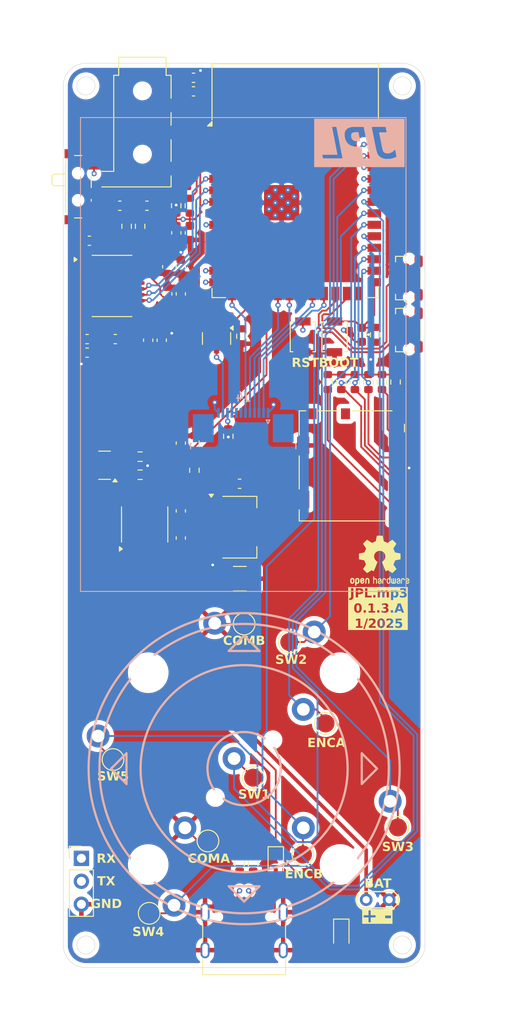
<source format=kicad_pcb>
(kicad_pcb (version 20240108) (generator "pcbnew") (generator_version "8.0")
  (layers (0 "F.Cu" signal) (1 "In1.Cu" signal) (2 "In2.Cu" signal) (31 "B.Cu" signal) (34 "B.Paste" user) (35 "F.Paste" user) (36 "B.SilkS" user "B.Silkscreen") (37 "F.SilkS" user "F.Silkscreen") (38 "B.Mask" user) (39 "F.Mask" user) (44 "Edge.Cuts" user))
  (net 0 "")
  (net 1 "Net-(BOOT1-A)")
  (net 2 "GND")
  (net 3 "Net-(BT1-+)")
  (net 4 "+3.3V")
  (net 5 "AUDIO_LEFT")
  (net 6 "AUDIO_RIGHT")
  (net 7 "Net-(U4-LDOO)")
  (net 8 "BAT_SENSE")
  (net 9 "Net-(RST1-B)")
  (net 10 "+5V")
  (net 11 "Net-(U4-CAPP)")
  (net 12 "Net-(U4-CAPM)")
  (net 13 "Net-(U4-VNEG)")
  (net 14 "Net-(D1-A)")
  (net 15 "Net-(D2-A)")
  (net 16 "SW2")
  (net 17 "SW4")
  (net 18 "ENCA")
  (net 19 "SW3")
  (net 20 "SW5")
  (net 21 "ENCB")
  (net 22 "SW1")
  (net 23 "SD_CMD")
  (net 24 "SD_D0")
  (net 25 "Net-(J1-DAT1)")
  (net 26 "Net-(J1-DAT3{slash}CD)")
  (net 27 "SD_CLK")
  (net 28 "Net-(J1-DAT2)")
  (net 29 "Net-(J2-CC2)")
  (net 30 "USB_D+")
  (net 31 "Net-(J2-CC1)")
  (net 32 "USB_D-")
  (net 35 "TFT_DC")
  (net 36 "TFT_RST")
  (net 38 "Net-(J4-Pin_10)")
  (net 39 "TFT_CS")
  (net 40 "TFT_SDA")
  (net 41 "Net-(J4-Pin_11)")
  (net 42 "TFT_SCLK")
  (net 43 "UART_RX")
  (net 44 "UART_TX")
  (net 45 "Net-(Q1-G)")
  (net 46 "CHG")
  (net 47 "BACKLIGHT")
  (net 48 "Net-(U4-OUTL)")
  (net 49 "Net-(U4-OUTR)")
  (net 50 "HOLD")
  (net 51 "VOL_UP")
  (net 52 "VOL_DOWN")
  (net 53 "S_B")
  (net 57 "DAC_MCLK")
  (net 58 "I2S_SCLK")
  (net 60 "I2S_LRCLK")
  (net 61 "S_A")
  (net 62 "I2S_SD")
  (footprint "Connector_Audio:Jack_3.5mm_KoreanHropartsElec_PJ-320D-4A_Horizontal" (layer "F.Cu") (at 108.75 57.8 -90)
    (property "Reference" "J5" (hide yes))
    (property "Value" "AudioJack3")
  )
  (footprint "Resistor_SMD:R_0603_1608Metric" (layer "F.Cu") (at 133.75 85.25 -90)
    (property "Reference" "R14" (hide yes))
    (property "Value" "10K")
  )
  (footprint "Resistor_SMD:R_0603_1608Metric" (layer "F.Cu") (at 119.7 80.1875 -90)
    (property "Reference" "R11" (hide yes))
    (property "Value" "10K")
  )
  (footprint "Resistor_SMD:R_0603_1608Metric" (layer "F.Cu") (at 134.5 80.025 90)
    (property "Reference" "R17" (hide yes))
    (property "Value" "10K")
  )
  (footprint "Capacitor_SMD:C_0603_1608Metric" (layer "F.Cu") (at 113 102.5 90)
    (property "Reference" "C14" (hide yes))
    (property "Value" "4.7 uF")
  )
  (footprint "Capacitor_SMD:C_0603_1608Metric" (layer "F.Cu") (at 110.8875 80.625 -90)
    (property "Reference" "C20" (hide yes))
    (property "Value" "10uF")
  )
  (footprint "Package_TO_SOT_SMD:SOT-23" (layer "F.Cu") (at 116.95 80.4375 -90)
    (property "Reference" "Q2" (hide yes))
    (property "Value" "BSS138")
  )
  (footprint "Resistor_SMD:R_0603_1608Metric" (layer "F.Cu") (at 130.75 85.25 90)
    (property "Reference" "R15" (hide yes))
    (property "Value" "10K")
  )
  (footprint "RF_Module:ESP32-S3-WROOM-1" (layer "F.Cu") (at 125.65 62.96)
    (property "Reference" "U1" (hide yes))
    (property "Value" "ESP32-S3-WROOM-1")
  )
  (footprint "Package_TO_SOT_SMD:SOT-23" (layer "F.Cu") (at 104.5625 94.45 180)
    (property "Reference" "Q1" (hide yes))
    (property "Value" "BSS138")
  )
  (footprint "TestPoint:TestPoint_Pad_D2.0mm" (layer "F.Cu") (at 116 136)
    (property "Reference" "COMA")
    (property "Value" "TestPoint_Pad_D2.0mm")
  )
  (footprint "Resistor_SMD:R_0603_1608Metric" (layer "F.Cu") (at 119.5 138.5 90)
    (property "Reference" "R1" (hide yes))
    (property "Value" "5.1K")
  )
  (footprint "Connector_Card:microSD_HC_Molex_104031-0811" (layer "F.Cu") (at 131.9125 94.5 -90)
    (property "Reference" "J1" (hide yes))
    (property "Value" "Micro_SD_Card")
  )
  (footprint "Button_Switch_SMD:SW_Push_1P1T-MP_NO_Horizontal_Alps_SKRTLAE010" (layer "F.Cu") (at 138.25 79.5 90)
    (property "Reference" "SW2" (hide yes))
    (property "Value" "SW_Push")
  )
  (footprint "Capacitor_SMD:C_1210_3225Metric" (layer "F.Cu") (at 119.525 107)
    (property "Reference" "C2" (hide yes))
    (property "Value" "47uF")
  )
  (footprint "Diode_SMD:D_SOD-323" (layer "F.Cu") (at 130.75 146.25 -90)
    (property "Reference" "D2" (hide yes))
    (property "Value" "1N5819WS")
  )
  (footprint "TestPoint:TestPoint_Pad_D2.0mm" (layer "F.Cu") (at 120 112)
    (property "Reference" "COMB")
    (property "Value" "TestPoint_Pad_D2.0mm")
  )
  (footprint "Connector_PinHeader_2.54mm:PinHeader_1x03_P2.54mm_Vertical" (layer "F.Cu") (at 102 137.92)
    (property "Reference" "J6" (hide yes))
    (property "Value" "Conn_01x03_Pin")
  )
  (footprint "Button_Switch_SMD:SW_SPST_B3U-1000P" (layer "F.Cu") (at 126.5 80.25 90)
    (property "Reference" "RST1" (hide yes))
    (property "Value" "SW_SPST")
  )
  (footprint "Button_Switch_SMD:SW_SPST_B3U-1000P" (layer "F.Cu") (at 130 80.25 -90)
    (property "Reference" "BOOT1" (hide yes))
    (property "Value" "BOOT")
  )
  (footprint "TestPoint:TestPoint_Pad_D2.0mm" (layer "F.Cu") (at 121 129)
    (property "Reference" "SW1")
    (property "Value" "TestPoint_Pad_D2.0mm")
  )
  (footprint "TestPoint:TestPoint_Pad_D2.0mm" (layer "F.Cu") (at 129 123)
    (property "Reference" "ENCA")
    (property "Value" "TestPoint_Pad_D2.0mm")
  )
  (footprint "TestPoint:TestPoint_Pad_D2.0mm" (layer "F.Cu") (at 105.5 127)
    (property "Reference" "SW5")
    (property "Value" "TestPoint_Pad_D2.0mm")
  )
  (footprint "Resistor_SMD:R_0603_1608Metric" (layer "F.Cu") (at 135.25 85.25 -90)
    (property "Reference" "R3" (hide yes))
    (property "Value" "10K")
  )
  (footprint "Capacitor_SMD:C_0603_1608Metric" (layer "F.Cu") (at 111.5 72.5 -90)
    (property "Reference" "C15" (hide yes))
    (property "Value" ".1uF")
  )
  (footprint "Resistor_SMD:R_0603_1608Metric" (layer "F.Cu") (at 121 138.5 90)
    (property "Reference" "R2" (hide yes))
    (property "Value" "5.1K")
  )
  (footprint "Capacitor_SMD:C_0603_1608Metric" (layer "F.Cu") (at 113 92 -90)
    (property "Reference" "C8" (hide yes))
    (property "Value" "10 nF")
  )
  (footprint "Button_Switch_SMD:SW_Push_1P1T-MP_NO_Horizontal_Alps_SKRTLAE010" (layer "F.Cu") (at 138.25 73.75 90)
    (property "Reference" "SW1" (hide yes))
    (property "Value" "SW_Push")
  )
  (footprint "TestPoint:TestPoint_Pad_D2.0mm" (layer "F.Cu") (at 137 134.5)
    (property "Reference" "SW3")
    (property "Value" "TestPoint_Pad_D2.0mm")
  )
  (footprint "Resistor_SMD:R_0603_1608Metric" (layer "F.Cu") (at 108.5 95.5)
    (property "Reference" "R13" (hide yes))
    (property "Value" "10K")
  )
  (footprint "Capacitor_SMD:C_0603_1608Metric" (layer "F.Cu") (at 114.4 51.6 180)
    (property "Reference" "C10" (hide yes))
    (property "Value" "10uF")
  )
  (footprint "Package_SO:TSSOP-20_4.4x6.5mm_P0.65mm" (layer "F.Cu") (at 105.3875 74.625)
    (property "Reference" "U4" (hide yes))
    (property "Value" "PCM5102A")
  )
  (footprint "Resistor_SMD:R_0603_1608Metric" (layer "F.Cu") (at 108.5 93.5)
    (property "Reference" "R10" (hide yes))
    (property "Value" "10K")
  )
  (footprint "Capacitor_SMD:C_0603_1608Metric" (layer "F.Cu") (at 113 72.5 -90)
    (property "Reference" "C23" (hide yes))
    (property "Value" "10uF")
  )
  (footprint "Resistor_SMD:R_0603_1608Metric" (layer "F.Cu") (at 114 65.75 -90)
    (property "Reference" "R18" (hide yes))
    (property "Value" "10K")
  )
  (footprint "Capacitor_SMD:C_0603_1608Metric_Pad1.08x0.95mm_HandSolder" (layer "F.Cu") (at 119.5 96.5)
    (property "Reference" "C1" (hide yes))
    (property "Value" ".47uF")
  )
  (footprint "Resistor_SMD:R_0603_1608Metric" (layer "F.Cu") (at 112.49 65.75 -90)
    (property "Reference" "R19" (hide yes))
    (property "Value" "10K")
  )
  (footprint "Resistor_SMD:R_0603_1608Metric" (layer "F.Cu") (at 114.5 92 90)
    (property "Reference" "R7" (hide yes))
    (property "Value" "100K")
  )
  (footprint "Capacitor_SMD:C_0603_1608Metric" (layer "F.Cu") (at 114 68.75 -90)
    (property "Reference" "C12" (hide yes))
    (property "Value" "1uF")
  )
  (footprint "ANORotaryEncoder:ANO Rotary Encoder" (layer "F.Cu") (at 120 128)
    (property "Reference" "Enc1" (hide yes))
    (property "Value" "~")
  )
  (footprint "Symbol:OSHW-Logo2_7.3x6mm_SilkScreen" (layer "F.Cu") (at 135 105)
    (property "Reference" "REF**" (hide yes))
    (property "Value" "OSHW-Logo2_7.3x6mm_SilkScreen" (hide yes))
  )
  (footprint "Capacitor_SMD:C_0603_1608Metric" (layer "F.Cu") (at 105.75 80.5 180)
    (property "Reference" "C18" (hide yes))
    (property "Value" "2.2uF")
  )
  (footprint "Capacitor_SMD:C_0603_1608Metric" (layer "F.Cu") (at 109.3875 80.625 90)
    (property "Reference" "C21" (hide yes))
    (property "Value" ".1uF")
  )
  (footprint "Resistor_SMD:R_0603_1608Metric" (layer "F.Cu") (at 132.25 85.25 90)
    (property "Reference" "R16" (hide yes))
    (property "Value" "10K")
  )
  (footprint "Package_SO:SOIC-8_3.9x4.9mm_P1.27mm" (layer "F.Cu") (at 109 101 90)
    (property "Reference" "U2" (hide yes))
    (property "Value" "MAX1811")
  )
  (footprint "Resistor_SMD:R_0603_1608Metric" (layer "F.Cu") (at 114.5 95 90)
    (property "Reference" "R6" (hide yes))
    (property "Value" "100K")
  )
  (footprint "Capacitor_SMD:C_0603_1608Metric" (layer "F.Cu") (at 102.6375 80.5 180)
    (property "Reference" "C19" (hide yes))
    (property "Value" ".1uF")
  )
  (footprint "Capacitor_SMD:C_0603_1608Metric" (layer "F.Cu") (at 112.5 68.75 -90)
    (property "Reference" "C13" (hide yes))
    (property "Value" "0.1uF")
  )
  (footprint "Capacitor_SMD:C_0603_1608Metric" (layer "F.Cu") (at 133 80.025 -90)
    (property "Reference" "C11" (hide yes))
    (property "Value" "0.1uF")
  )
  (footprint "Button_Switch_SMD:SW_SPDT_PCM12" (layer "F.Cu") (at 101.97 63.65 -90)
    (property "Reference" "SL2" (hide yes))
    (property "Value" "HOLD")
  )
  (footprint "Capacitor_SMD:C_0603_1608Metric" (layer "F.Cu") (at 113 75.5 -90)
    (property "Reference" "C16" (hide yes))
    (property "Value" "10uF")
  )
  (footprint "TestPoint:TestPoint_Pad_D2.0mm" (layer "F.Cu") (at 109.5 144)
    (property "Reference" "SW4")
    (property "Value" "TestPoint_Pad_D2.0mm")
  )
  (footprint "Resistor_SMD:R_0603_1608Metric" (layer "F.Cu") (at 118.25 91.25 90)
    (property "Reference" "R12" (hide yes))
    (property "Value" "10")
  )
  (footprint "Resistor_SMD:R_0603_1608Metric" (layer "F.Cu") (at 129.25 85.25 90)
    (property "Reference" "R8" (hide yes))
    (property "Value" "10K")
  )
  (footprint "Capacitor_SMD:C_0603_1608Metric" (layer "F.Cu") (at 106.25 65.75 180)
    (property "Reference" "C3" (hide yes))
    (property "Value" "2.2nF")
  )
  (footprint "Capacitor_SMD:C_0603_1608Metric" (layer "F.Cu") (at 109.25 65.75)
    (property "Reference" "C4" (hide yes))
    (property "Value" "2.2nF")
  )
  (footprint "Package_TO_SOT_SMD:SOT-223-3_TabPin2" (layer "F.Cu") (at 119.5 101.3)
    (property "Reference" "U5" (hide yes))
    (property "Value" "LT1963AxST-3.3")
  )
  (footprint "Capacitor_SMD:C_0603_1608Metric" (layer "F.Cu") (at 113 99.5 -90)
    (property "Reference" "C7" (hide yes))
    (property "Value" "2.2 uF")
  )
  (footprint "TestPoint:TestPoint_Pad_D2.0mm" (layer "F.Cu") (at 126.5 137.5)
    (property "Reference" "ENCB")
    (property "Value" "TestPoint_Pad_D2.0mm")
  )
  (footprint "TestPoint:TestPoint_Pad_D2.0mm" (layer "F.Cu") (at 125 114)
    (property "Reference" "SW2")
    (property "Value" "TestPoint_Pad_D2.0mm")
  )
  (footprint "TestPoint:TestPoint_2Pads_Pitch2.54mm_Drill0.8mm" (layer "F.Cu") (at 133.5 142.5)
    (property "Reference" "BAT")
    (property "Value" "TestPoint_2Pads_Pitch2.54mm_Drill0.8mm")
  )
  (footprint "Diode_SMD:D_SOD-323" (layer "F.Cu") (at 123.5 138.25 -90)
    (property "Reference" "D1" (hide yes))
    (property "Value" "1N5819WS")
  )
  (footprint "Resistor_SMD:R_0603_1608Metric" (layer "F.Cu") (at 136.75 85.25 -90)
    (property "Reference" "R9" (hide yes))
    (property "Value" "10K")
  )
  (footprint "Resistor_SMD:R_0603_1608Metric" (layer "F.Cu") (at 108.5 68.025 90)
    (property "Reference" "R5" (hide yes))
    (property "Value" "470")
  )
  (footprint "Connector_USB:USB_C_Receptacle_G-Switch_GT-USB-7010ASV" (layer "F.Cu") (at 120 147)
    (property "Reference" "J2" (hide yes))
    (property "Value" "USB_C")
  )
  (footprint "Capacitor_SMD:C_0603_1608Metric" (layer "F.Cu") (at 102.8875 69.625)
    (property "Reference" "C17" (hide yes))
    (property "Value" "2.2uF")
  )
  (footprint "Capacitor_SMD:C_0603_1608Metric" (layer "F.Cu") (at 102.6375 82)
    (property "Reference" "C6" (hide yes))
    (property "Value" "10uF")
  )
  (footprint "Resistor_SMD:R_0603_1608Metric" (layer "F.Cu") (at 107 68.025 90)
    (property "Reference" "R4" (hide yes))
    (property "Value" "470")
  )
  (footprint "Capacitor_SMD:C_0603_1608Metric" (layer "F.Cu") (at 114.4 53.1 180)
    (property "Reference" "C9" (hide yes))
    (property "Value" ".1uF")
  )
  (footprint "Capacitor_SMD:C_0603_1608Metric" (layer "F.Cu") (at 111.5 75.5 -90)
    (property "Reference" "C5" (hide yes))
    (property "Value" ".1uF")
  )
  (footprint "Connector_FFC-FPC:TE_1-1734839-2_1x12-1MP_P0.5mm_Horizontal" (layer "B.Cu") (at 119.9 90 180)
    (property "Reference" "J4")
    (property "Value" "Conn_01x12")
  )
  (footprint "footprints:JPL" (layer "B.Cu") (at 132.75 58.8 180)
    (property "Reference" "G***" (hide yes))
    (property "Value" "LOGO" (hide yes))
  )
  (gr_rect (start 101.9 56) (end 137.9 108.4) (stroke (width 0.1)) (fill none) (layer "B.SilkS"))
  (gr_arc (start 140 147.5) (mid 139.267767 149.267767) (end 137.5 150) (stroke (width 0.05)) (layer "Edge.Cuts"))
  (gr_circle (center 137.5 52.5) (end 136.5 52.5) (stroke (width 0.05)) (fill none) (layer "Edge.Cuts"))
  (gr_circle (center 102.5 52.5) (end 103.5 52.5) (stroke (width 0.05)) (fill none) (layer "Edge.Cuts"))
  (gr_arc (start 100 52.5) (mid 100.732233 50.732233) (end 102.5 50) (stroke (width 0.05)) (layer "Edge.Cuts"))
  (gr_circle (center 137.5 147.5) (end 138.5 147.5) (stroke (width 0.05)) (fill none) (layer "Edge.Cuts"))
  (gr_arc (start 102.5 150) (mid 100.732233 149.267767) (end 100 147.5) (stroke (width 0.05)) (layer "Edge.Cuts"))
  (gr_line (start 100 147.5) (end 100 52.5) (stroke (width 0.05)) (layer "Edge.Cuts"))
  (gr_line (start 140 52.5) (end 140 147.5) (stroke (width 0.05)) (layer "Edge.Cuts"))
  (gr_line (start 102.5 50) (end 137.5 50) (stroke (width 0.05)) (layer "Edge.Cuts"))
  (gr_line (start 137.5 150) (end 102.5 150) (stroke (width 0.05)) (layer "Edge.Cuts"))
  (gr_circle (center 102.5 147.5) (end 101.5 147.5) (stroke (width 0.05)) (fill none) (layer "Edge.Cuts"))
  (gr_arc (start 137.5 50) (mid 139.267767 50.732233) (end 140 52.5) (stroke (width 0.05)) (layer "Edge.Cuts"))
  (gr_text "GND" (at 104.75 143 0) (layer "F.SilkS") (effects (font (size 1 1) (thickness 0.2) (bold yes))))
  (gr_text "BOOT" (at 128.25 83.75 0) (layer "F.SilkS") (effects (font (size 1 1) (thickness 0.2) (bold yes)) (justify left bottom)))
  (gr_text "RX" (at 104.75 138 0) (layer "F.SilkS") (effects (font (size 1 1) (thickness 0.2) (bold yes))))
  (gr_text "JPL.mp3\n0.1.3.A\n1/2025" (at 134.9 112.6 0) (layer "F.SilkS" knockout) (effects (font (size 1 1) (thickness 0.1) (bold yes) (italic yes)) (justify bottom)))
  (gr_text "TX" (at 104.75 140.5 0) (layer "F.SilkS") (effects (font (size 1 1) (thickness 0.2) (bold yes))))
  (gr_text "+ -" (at 133 145.25 0) (layer "F.SilkS" knockout) (effects (font (size 1.5 1.5) (thickness 0.3) (bold yes)) (justify left bottom)))
  (gr_text "RST" (at 125.25 83.75 0) (layer "F.SilkS") (effects (font (size 1 1) (thickness 0.2) (bold yes)) (justify left bottom)))
  (segment (start 134.4 77.85) (end 134.4 74.21) (width 0.2) (layer "F.Cu") (net 1))
  (segment (start 133 79.25) (end 134.45 79.25) (width 0.2) (layer "F.Cu") (net 1))
  (segment (start 130 78.55) (end 132.3 78.55) (width 0.2) (layer "F.Cu") (net 1))
  (segment (start 133 79.25) (end 134.4 77.85) (width 0.2) (layer "F.Cu") (net 1))
  (segment (start 134.45 79.25) (end 134.5 79.2) (width 0.2) (layer "F.Cu") (net 1))
  (segment (start 132.3 78.55) (end 133 79.25) (width 0.2) (layer "F.Cu") (net 1))
  (segment (start 121 102.95) (end 122.65 101.3) (width 0.2) (layer "F.Cu") (net 2))
  (segment (start 132.3 80.8) (end 131 79.5) (width 0.2) (layer "F.Cu") (net 2))
  (segment (start 121 107) (end 121 102.95) (width 0.2) (layer "F.Cu") (net 2))
  (segment (start 138.55 79.159448) (end 137.665552 78.275) (width 0.2) (layer "F.Cu") (net 2))
  (segment (start 113 73.275) (end 113 74.725) (width 0.2) (layer "F.Cu") (net 2))
  (segment (start 113 73.275) (end 111.5 73.275) (width 0.2) (layer "F.Cu") (net 2))
  (segment (start 102.525 77.55) (end 104.798696 77.55) (width 0.2) (layer "F.Cu") (net 2))
  (segment (start 108.25 72.35) (end 110.575 72.35) (width 0.2) (layer "F.Cu") (net 2))
  (segment (start 107.2125 77.249999) (end 107.512501 77.55) (width 0.2) (layer "F.Cu") (net 2))
  (segment (start 120 112) (end 116.826917 112) (width 0.2) (layer "F.Cu") (net 2))
  (segment (start 109.3875 81.209142) (end 109.3875 81.4) (width 0.2) (layer "F.Cu") (net 2))
  (segment (start 114.904382 136) (end 113.452191 134.547809) (width 0.2) (layer "F.Cu") (net 2))
  (segment (start 137.35 78.275) (end 137.35 74.975) (width 0.2) (layer "F.Cu") (net 2))
  (segment (start 114 58.7) (end 114.3 58.4) (width 0.2) (layer "F.Cu") (net 2))
  (segment (start 110.575 72.35) (end 111.5 73.275) (width 0.2) (layer "F.Cu") (net 2))
  (segment (start 107.512501 77.55) (end 108.25 77.55) (width 0.2) (layer "F.Cu") (net 2))
  (segment (start 137.665552 78.275) (end 137.35 78.275) (width 0.2) (layer "F.Cu") (net 2))
  (segment (start 113 74.725) (end 111.5 74.725) (width 0.2) (layer "F.Cu") (net 2))
  (segment (start 101.787501 73) (end 101.0875 73.700001) (width 0.2) (layer "F.Cu") (net 2))
  (segment (start 102.525 76.9) (end 105.078358 76.9) (width 0.2) (layer "F.Cu") (net 2))
  (segment (start 120.3625 96.5) (end 120.3625 99.0125) (width 0.2) (layer "F.Cu") (net 2))
  (segment (start 102.525 73) (end 101.787501 73) (width 0.2) (layer "F.Cu") (net 2))
  (segment (start 104.798696 77.55) (end 107.75 80.501304) (width 0.2) (layer "F.Cu") (net 2))
  (segment (start 120.3625 99.0125) (end 122.65 101.3) (width 0.2) (layer "F.Cu") (net 2))
  (segment (start 107.75 80.501304) (end 107.75 81) (width 0.2) (layer "F.Cu") (net 2))
  (segment (start 111.5 74.725) (end 111.5 73.275) (width 0.2) (layer "F.Cu") (net 2))
  (segment (start 114 63.1) (end 114 58.7) (width 0.2) (layer "F.Cu") (net 2))
  (segment (start 107.512501 74.3) (end 107.2125 74.600001) (width 0.2) (layer "F.Cu") (net 2))
  (segment (start 116 136) (end 114.904382 136) (width 0.2) (layer "F.Cu") (net 2))
  (segment (start 107.2125 74.600001) (end 107.2125 77.249999) (width 0.2) (layer "F.Cu") (net 2))
  (segment (start 138.25 80.725) (end 138.55 80.425) (width 0.2) (layer "F.Cu") (net 2))
  (segment (start 113 100.275) (end 113 101.725) (width 0.2) (layer "F.Cu") (net 2))
  (segment (start 108.25 74.3) (end 107.512501 74.3) (width 0.2) (layer "F.Cu") (net 2))
  (segment (start 109.3875 81.4) (end 110.8875 81.4) (width 0.2) (layer "F.Cu") (net 2))
  (segment (start 138.55 80.425) (end 138.55 79.159448) (width 0.2) (layer "F.Cu") (net 2))
  (segment (start 101.0875 78.175) (end 103.4125 80.5) (width 0.2) (layer "F.Cu") (net 2))
  (segment (start 116.826917 112) (end 116.747309 111.920392) (width 0.2) (layer "F.Cu") (net 2))
  (segment (start 105.078358 76.9) (end 109.3875 81.209142) (width 0.2) (layer "F.Cu") (net 2))
  (segment (start 108.25 76.9) (end 108.25 77.55) (width 0.2) (layer "F.Cu") (net 2))
  (segment (start 137.35 80.725) (end 138.25 80.725) (width 0.2) (layer "F.Cu") (net 2))
  (segment (start 103.4125 80.5) (end 103.4125 82) (width 0.2) (layer "F.Cu") (net 2))
  (segment (start 101.0875 73.700001) (end 101.0875 78.175) (width 0.2) (layer "F.Cu") (net 2))
  (segment (start 104.975 80.5) (end 103.4125 80.5) (width 0.2) (layer "F.Cu") (net 2))
  (segment (start 133 80.8) (end 132.3 80.8) (width 0.2) (layer "F.Cu") (net 2))
  (via (at 116.75 87.5) (size 0.6) (drill 0.3) (layers "F.Cu" "B.Cu") (net 2))
  (via (at 131 79.5) (size 0.6) (drill 0.3) (layers "F.Cu" "B.Cu") (net 2))
  (via (at 123.25 87.75) (size 0.6) (drill 0.3) (layers "F.Cu" "B.Cu") (net 2))
  (segment (start 123.25 87.75) (end 123.25 88.05) (width 0.2) (layer "B.Cu") (net 2))
  (segment (start 116.75 88.25) (end 117.15 88.65) (width 0.2) (layer "B.Cu") (net 2))
  (segment (start 116.75 87.5) (end 116.75 88.25) (width 0.2) (layer "B.Cu") (net 2))
  (segment (start 123.25 88.05) (end 122.65 88.65) (width 0.2) (layer "B.Cu") (net 2))
  (segment (start 114.5 100) (end 114.5 95.825) (width 0.2) (layer "F.Cu") (net 3))
  (segment (start 114.6125 100.1125) (end 114.5 100) (width 0.4) (layer "F.Cu") (net 3))
  (segment (start 110.905 98.525) (end 112.8 98.525) (width 0.2) (layer "F.Cu") (net 3))
  (segment (start 116.35 98.7875) (end 118.6375 96.5) (width 0.4) (layer "F.Cu") (net 3))
  (segment (start 133.5 137) (end 114.5 118) (width 0.4) (layer "F.Cu") (net 3))
  (segment (start 116.35 99) (end 116.35 98.7875) (width 0.4) (layer "F.Cu") (net 3))
  (segment (start 114.5 118) (end 114.5 100.225) (width 0.4) (layer "F.Cu") (net 3))
  (segment (start 112.8 98.525) (end 113 98.725) (width 0.2) (layer "F.Cu") (net 3))
  (segment (start 114.5 100.225) (end 114.6125 100.1125) (width 0.4) (layer "F.Cu") (net 3))
  (segment (start 115.725 99) (end 116.35 99) (width 0.4) (layer "F.Cu") (net 3))
  (segment (start 133.5 142.5) (end 133.5 137) (width 0.4) (layer "F.Cu") (net 3))
  (segment (start 114.6125 100.1125) (end 115.725 99) (width 0.4) (layer "F.Cu") (net 3))
  (segment (start 114.5 100.225) (end 113 98.725) (width 0.4) (layer "F.Cu") (net 3))
  (segment (start 116.35 105.3) (end 116.525 105.475) (width 0.4) (layer "F.Cu") (net 4))
  (segment (start 134.5 80.75) (end 133.75 80) (width 0.2) (layer "F.Cu") (net 4))
  (segment (start 115.275 52.75) (end 115.275 58.525) (width 0.2) (layer "F.Cu") (net 4))
  (segment (start 112.49 64.925) (end 112.49 65.665955) (width 0.2) (layer "F.Cu") (net 4))
  (segment (start 101.8625 80.5) (end 101.8625 83.1125) (width 0.2) (layer "F.Cu") (net 4))
  (segment (start 100.6875 72.5625) (end 100.6875 79.325) (width 0.2) (layer "F.Cu") (net 4))
  (segment (start 101.8625 83.1125) (end 102 83.25) (width 0.2) (layer "F.Cu") (net 4))
  (segment (start 115.275 58.525) (end 115.72 58.97) (width 0.2) (layer "F.Cu") (net 4))
  (segment (start 116.35 103.6) (end 116.35 105.3) (width 0.4) (layer "F.Cu") (net 4))
  (segment (start 111.475 71.7) (end 111.5 71.725) (width 0.2) (layer "F.Cu") (net 4))
  (segment (start 108.25 73.65) (end 107.512501 73.65) (width 0.2) (layer "F.Cu") (net 4))
  (segment (start 100.6875 79.325) (end 101.8625 80.5) (width 0.2) (layer "F.Cu") (net 4))
  (segment (start 109.325 95.5) (end 109.325 94.5) (width 0.2) (layer "F.Cu") (net 4))
  (segment (start 108.594044 79.85) (end 104.994044 76.25) (width 0.2) (layer "F.Cu") (net 4))
  (segment (start 112 79.25) (end 112 79.85) (width 0.2) (layer "F.Cu") (net 4))
  (segment (start 112.49 65.665955) (end 112.480955 65.675) (width 0.2) (layer "F.Cu") (net 4))
  (segment (start 138.25 94.75) (end 137.4175 94.75) (width 0.2) (layer "F.Cu") (net 4))
  (segment (start 135.25 84.425) (end 136.75 84.425) (width 0.2) (layer "F.Cu") (net 4))
  (segment (start 115.175 51.6) (end 115.175 50.8) (width 0.2) (layer "F.Cu") (net 4))
  (segment (start 109.3875 79.85) (end 108.594044 79.85) (width 0.2) (layer "F.Cu") (net 4))
  (segment (start 114.75 59.05) (end 114.75 64.175) (width 0.2) (layer "F.Cu") (net 4))
  (segment (start 112.975 71.7) (end 113 71.725) (width 0.2) (layer "F.Cu") (net 4))
  (segment (start 115.175 50.8) (end 115.175 53.1) (width 0.2) (layer "F.Cu") (net 4))
  (segment (start 136.75 84.425) (end 138.25 85.925) (width 0.2) (layer "F.Cu") (net 4))
  (segment (start 101.55 71.7) (end 100.6875 72.5625) (width 0.2) (layer "F.Cu") (net 4))
  (segment (start 129.25 84.425) (end 130.75 84.425) (width 0.2) (layer "F.Cu") (net 4))
  (segment (start 132.25 84.425) (end 133.75 84.425) (width 0.2) (layer "F.Cu") (net 4))
  (segment (start 104.994044 76.25) (end 104.5 76.25) (width 0.2) (layer "F.Cu") (net 4))
  (segment (start 134 84.175) (end 133.75 84.425) (width 0.2) (layer "F.Cu") (net 4))
  (segment (start 113 71.725) (end 113 70.9) (width 0.2) (layer "F.Cu") (net 4))
  (segment (start 116.525 105.475) (end 118.05 107) (width 0.4) (layer "F.Cu") (net 4))
  (segment (start 115.72 58.97) (end 116.9 58.97) (width 0.2) (layer "F.Cu") (net 4))
  (segment (start 130.75 84.425) (end 132.25 84.425) (width 0.2) (layer "F.Cu") (net 4))
  (segment (start 102.525 76.25) (end 104.994044 76.25) (width 0.2) (layer "F.Cu") (net 4))
  (segment (start 108.25 79) (end 111.75 79) (width 0.2) (layer "F.Cu") (net 4))
  (segment (start 134 82.75) (end 134 84.175) (width 0.2) (layer "F.Cu") (net 4))
  (segment (start 138.25 85.925) (end 138.25 94.75) (width 0.2) (layer "F.Cu") (net 4))
  (segment (start 134.5 80.85) (end 134.5 80.75) (width 0.2) (layer "F.Cu") (net 4))
  (segment (start 137.4175 94.75) (end 137.3625 94.695) (width 0.2) (layer "F.Cu") (net 4))
  (segment (start 106.8125 74.350001) (end 106.8125 77.5625) (width 0.2) (layer "F.Cu") (net 4))
  (segment (start 106.8125 77.5625) (end 108.25 79) (width 0.2) (layer "F.Cu") (net 4))
  (segment (start 110.8875 79.85) (end 112 79.85) (width 0.2) (layer "F.Cu") (net 4))
  (segment (start 118.25 92.075) (end 118.25 91.325) (width 0.2) (layer "F.Cu") (net 4))
  (segment (start 115.275 58.525) (end 114.75 59.05) (width 0.2) (layer "F.Cu") (net 4))
  (segment (start 114.75 64.175) (end 114 64.925) (width 0.2) (layer "F.Cu") (net 4))
  (segment (start 135.25 84.425) (end 133.75 84.425) (width 0.2) (layer "F.Cu") (net 4))
  (segment (start 108.25 71.7) (end 111.475 71.7) (width 0.2) (layer "F.Cu") (net 4))
  (segment (start 111.75 79) (end 112 79.25) (width 0.2) (layer "F.Cu") (net 4))
  (segment (start 107.512501 73.65) (end 106.8125 74.350001) (width 0.2) (layer "F.Cu") (net 4))
  (segment (start 108.25 71.7) (end 112.975 71.7) (width 0.2) (layer "F.Cu") (net 4))
  (segment (start 112 79.85) (end 109.3875 79.85) (width 0.2) (layer "F.Cu") (net 4))
  (segment (start 102.525 71.7) (end 101.55 71.7) (width 0.2) (layer "F.Cu") (net 4))
  (segment (start 109.325 93.5) (end 109.325 94.5) (width 0.2) (layer "F.Cu") (net 4))
  (via (at 113 70.9) (size 0.6) (drill 0.3) (layers "F.Cu" "B.Cu") (net 4))
  (via (at 109.325 94.5) (size 0.6) (drill 0.3) (layers "F.Cu" "B.Cu") (net 4))
  (via (at 115.175 50.8) (size 0.6) (drill 0.3) (layers "F.Cu" "B.Cu") (net 4))
  (via (at 112 79.85) (size 0.6) (drill 0.3) (layers "F.Cu" "B.Cu") (net 4))
  (via (at 102 83.25) (size 0.6) (drill 0.3) (layers "F.Cu" "B.Cu") (net 4))
  (via (at 116.525 105.475) (size 0.6) (drill 0.3) (layers "F.Cu" "B.Cu") (net 4))
  (via (at 112.480955 65.675) (size 0.6) (drill 0.3) (layers "F.Cu" "B.Cu") (net 4))
  (via (at 118.25 91.325) (size 0.6) (drill 0.3) (layers "F.Cu" "B.Cu") (net 4))
  (via (at 134 82.75) (size 0.6) (drill 0.3) (layers "F.Cu" "B.Cu") (net 4))
  (via (at 138.25 94.75) (size 0.6) (drill 0.3) (layers "F.Cu" "B.Cu") (net 4))
  (via (at 133.75 80) (size 0.6) (drill 0.3) (layers "F.Cu" "B.Cu") (net 4))
  (segment (start 118.65 86.35) (end 118.75 86.25) (width 0.2) (layer "B.Cu") (net 4))
  (segment (start 134 80.25) (end 133.75 80) (width 0.2) (layer "B.Cu") (net 4))
  (segment (start 119.15 88.65) (end 118.65 88.65) (width 0.2) (layer "B.Cu") (net 4))
  (segment (start 134 82.75) (end 134 80.25) (width 0.2) (layer "B.Cu") (net 4))
  (segment (start 118.65 88.65) (end 118.65 86.35) (width 0.2) (layer "B.Cu") (net 4))
  (segment (start 111.125 61.65) (end 112 61.65) (width 0.2) (layer "F.Cu") (net 5))
  (segment (start 107.025 65.75) (end 111.125 61.65) (width 0.2) (layer "F.Cu") (net 5))
  (segment (start 107 67.2) (end 107 65.775) (width 0.2) (layer "F.Cu") (net 5))
  (segment (start 107 65.775) (end 107.025 65.75) (width 0.2) (layer "F.Cu") (net 5))
  (segment (start 113.1 63) (end 113.55 62.55) (width 0.2) (layer "F.Cu") (net 6))
  (segment (start 111.225 63) (end 113.1 63) (width 0.2) (layer "F.Cu") (net 6))
  (segment (start 108.475 65.75) (end 111.225 63) (width 0.2) (layer "F.Cu") (net 6))
  (segment (start 113.55 62.55) (end 113.55 59.2) (width 0.2) (layer "F.Cu") (net 6))
  (segment (start 108.5 65.775) (end 108.475 65.75) (width 0.2) (layer "F.Cu") (net 6))
  (segment (start 108.5 67.2) (end 108.5 65.775) (width 0.2) (layer "F.Cu") (net 6))
  (segment (start 113.55 59.2) (end 112 57.65) (width 0.2) (layer "F.Cu") (net 6))
  (segment (start 108.25 73) (end 109 73) (width 0.2) (layer "F.Cu") (net 7))
  (segment (start 110.725 74.725) (end 110.725 75.5) (width 0.2) (layer "F.Cu") (net 7))
  (segment (start 109 73) (end 110.725 74.725) (width 0.2) (layer "F.Cu") (net 7))
  (segment (start 111.5 76.275) (end 113 76.275) (width 0.2) (layer "F.Cu") (net 7))
  (segment (start 110.725 75.5) (end 111.5 76.275) (width 0.2) (layer "F.Cu") (net 7))
  (segment (start 114.5 92.825) (end 114.5 92.425) (width 0.2) (layer "F.Cu") (net 8))
  (segment (start 114.5 92.825) (end 113.05 92.825) (width 0.2) (layer "F.Cu") (net 8))
  (segment (start 113.05 92.825) (end 113 92.775) (width 0.2) (layer "F.Cu") (net 8))
  (segment (start 122.475 84.45) (end 122.475 75.46) (width 0.2) (layer "F.Cu") (net 8))
  (segment (start 114.5 94.175) (end 114.5 92.825) (width 0.2) (layer "F.Cu") (net 8))
  (segment (start 114.5 92.425) (end 122.475 84.45) (width 0.2) (layer "F.Cu") (net 8))
  (segment (start 115.3 66.45) (end 115.15 66.3) (width 0.2) (layer "F.Cu") (net 9))
  (segment (start 115.95 60.24) (end 116.9 60.24) (width 0.2) (layer "F.Cu") (net 9))
  (segment (start 114 67.25) (end 113.25 67.25) (width 0.2) (layer "F.Cu") (net 9))
  (segment (start 114 67.975) (end 114 67.25) (width 0.2) (layer "F.Cu") (net 9))
  (segment (start 112.49 67.965) (end 112.5 67.975) (width 0.2) (layer "F.Cu") (net 9))
  (segment (start 113.25 67.25) (end 112.49 67.25) (width 0.2) (layer "F.Cu") (net 9))
  (segment (start 115.15 61.04) (end 115.95 60.24) (width 0.2) (layer "F.Cu") (net 9))
  (segment (start 112.49 67.25) (end 112.49 67.965) (width 0.2) (layer "F.Cu") (net 9))
  (segment (start 115.15 66.3) (end 115.15 61.04) (width 0.2) (layer "F.Cu") (net 9))
  (segment (start 114.5 67.25) (end 115.3 66.45) (width 0.2) (layer "F.Cu") (net 9))
  (segment (start 114 67.25) (end 114 66.575) (width 0.2) (layer "F.Cu") (net 9))
  (segment (start 126.5 79.5) (end 126.5 78.55) (width 0.2) (layer "F.Cu") (net 9))
  (segment (start 112.49 66.575) (end 112.49 67.25) (width 0.2) (layer "F.Cu") (net 9))
  (segment (start 114 67.25) (end 114.5 67.25) (width 0.2) (layer "F.Cu") (net 9))
  (via (at 126.5 79.5) (size 0.6) (drill 0.3) (layers "F.Cu" "B.Cu") (net 9))
  (via (at 113.25 67.25) (size 0.6) (drill 0.3) (layers "F.Cu" "B.Cu") (net 9))
  (segment (start 111 115.676598) (end 111 103.57) (width 0.2) (layer "F.Cu") (net 10))
  (segment (start 111.105 103.275) (end 110.905 103.475) (width 0.2) (layer "F.Cu") (net 10))
  (segment (start 108.365 103.475) (end 108.365 98.525) (width 0.2) (layer "F.Cu") (net 10))
  (segment (start 113 103.275) (end 111.105 103.275) (width 0.2) (layer "F.Cu") (net 10))
  (segment (start 110.905 103.129448) (end 110.905 103.475) (width 0.2) (layer "F.Cu") (net 10))
  (segment (start 123.5 128.176598) (end 111 115.676598) (width 0.2) (layer "F.Cu") (net 10))
  (segment (start 108.365 102.500001) (end 108.665001 102.2) (width 0.2) (layer "F.Cu") (net 10))
  (segment (start 130.75 145.2) (end 130.75 144.45) (width 0.2) (layer "F.Cu") (net 10))
  (segment (start 130.75 144.45) (end 123.5 137.2) (width 0.2) (layer "F.Cu") (net 10))
  (segment (start 111 103.57) (end 110.905 103.475) (width 0.2) (layer "F.Cu") (net 10))
  (segment (start 123.5 137.2) (end 123.5 128.176598) (width 0.2) (layer "F.Cu") (net 10))
  (segment (start 107.095 103.475) (end 108.365 103.475) (width 0.2) (layer "F.Cu") (net 10))
  (segment (start 109.975552 102.2) (end 110.905 103.129448) (width 0.2) (layer "F.Cu") (net 10))
  (segment (start 108.665001 102.2) (end 109.975552 102.2) (width 0.2) (layer "F.Cu") (net 10))
  (segment (start 108.365 103.475) (end 108.365 102.500001) (width 0.2) (layer "F.Cu") (net 10))
  (segment (start 103.75 71.2625) (end 102.1125 69.625) (width 0.2) (layer "F.Cu") (net 11))
  (segment (start 103.75 71.862499) (end 103.75 71.2625) (width 0.2) (layer "F.Cu") (net 11))
  (segment (start 102.525 72.35) (end 103.262499 72.35) (width 0.2) (layer "F.Cu") (net 11))
  (segment (start 103.262499 72.35) (end 103.75 71.862499) (width 0.2) (layer "F.Cu") (net 11))
  (segment (start 104.25 70.2125) (end 103.6625 69.625) (width 0.2) (layer "F.Cu") (net 12))
  (segment (start 102.525 73.65) (end 103.262499 73.65) (width 0.2) (layer "F.Cu") (net 12))
  (segment (start 104.25 72.662499) (end 104.25 70.2125) (width 0.2) (layer "F.Cu") (net 12))
  (segment (start 103.262499 73.65) (end 104.25 72.662499) (width 0.2) (layer "F.Cu") (net 12))
  (segment (start 106.525 80.5) (end 105.75 79.725) (width 0.2) (layer "F.Cu") (net 13))
  (segment (start 101.4875 77.818456) (end 101.4875 74.600001) (width 0.2) (layer "F.Cu") (net 13))
  (segment (start 101.787501 74.3) (end 102.525 74.3) (width 0.2) (layer "F.Cu") (net 13))
  (segment (start 101.4875 74.600001) (end 101.787501 74.3) (width 0.2) (layer "F.Cu") (net 13))
  (segment (start 103.394044 79.725) (end 101.4875 77.818456) (width 0.2) (layer "F.Cu") (net 13))
  (segment (start 105.75 79.725) (end 103.394044 79.725) (width 0.2) (layer "F.Cu") (net 13))
  (segment (start 117.8 143.8) (end 117.8 144.3) (width 0.2) (layer "F.Cu") (net 14))
  (segment (start 117.8 144.3) (end 118.5 145) (width 0.2) (layer "F.Cu") (net 14))
  (segment (start 117.6 143.6) (end 117.8 143.8) (width 0.2) (layer "F.Cu") (net 14))
  (segment (start 121.330406 145) (end 122.4 143.930406) (width 0.2) (layer "F.Cu") (net 14))
  (segment (start 122.4 140.4) (end 122.4 143.275) (width 0.2) (layer "F.Cu") (net 14))
  (segment (start 118.5 145) (end 121.330406 145) (width 0.2) (layer "F.Cu") (net 14))
  (segment (start 122.4 143.930406) (end 122.4 143.275) (width 0.2) (layer "F.Cu") (net 14))
  (segment (start 123.5 139.3) (end 122.4 140.4) (width 0.2) (layer "F.Cu") (net 14))
  (segment (start 117.6 143.275) (end 117.6 143.6) (width 0.2) (layer "F.Cu") (net 14))
  (segment (start 134.4 67.86) (end 133.25 67.86) (width 0.2) (layer "F.Cu") (net 16))
  (segment (start 126.646089 114) (end 127.74989 112.896199) (width 0.2) (layer "F.Cu") (net 16))
  (segment (start 125 114) (end 126.646089 114) (width 0.2) (layer "F.Cu") (net 16))
  (via (at 133.25 67.86) (size 0.6) (drill 0.3) (layers "F.Cu" "B.Cu") (net 16))
  (segment (start 129.5 111.146089) (end 127.74989 112.896199) (width 0.2) (layer "B.Cu") (net 16))
  (segment (start 129.5 85.726471) (end 129.5 111.146089) (width 0.2) (layer "B.Cu") (net 16))
  (segment (start 133.25 67.86) (end 131.85 69.26) (width 0.2) (layer "B.Cu") (net 16))
  (segment (start 131.85 83.376471) (end 129.5 85.726471) (width 0.2) (layer "B.Cu") (net 16))
  (segment (start 131.85 69.26) (end 131.85 83.376471) (width 0.2) (layer "B.Cu") (net 16))
  (segment (start 111.353911 144) (end 109.5 144) (width 0.2) (layer "F.Cu") (net 17))
  (segment (start 134.4 65.32) (end 133.25 65.32) (width 0.2) (layer "F.Cu") (net 17))
  (via (at 133.25 65.32) (size 0.6) (drill 0.3) (layers "F.Cu" "B.Cu") (net 17))
  (segment (start 112.25011 143.103801) (end 116.603911 138.75) (width 0.2) (layer "B.Cu") (net 17))
  (segment (start 116.603911 138.75) (end 126.860912 138.75) (width 0.2) (layer "B.Cu") (net 17))
  (segment (start 126.860912 138.75) (end 129.467514 141.356602) (width 0.2) (layer "B.Cu") (net 17))
  (segment (start 139.15 134.915686) (end 139.15 124.184314) (width 0.2) (layer "B.Cu") (net 17))
  (segment (start 129.467514 141.356602) (end 132.709084 141.356602) (width 0.2) (layer "B.Cu") (net 17))
  (segment (start 139.15 124.184314) (end 135.4 120.434314) (width 0.2) (layer "B.Cu") (net 17))
  (segment (start 135.4 120.434314) (end 135.4 67.47) (width 0.2) (layer "B.Cu") (net 17))
  (segment (start 135.4 67.47) (end 133.25 65.32) (width 0.2) (layer "B.Cu") (net 17))
  (segment (start 132.709084 141.356602) (end 139.15 134.915686) (width 0.2) (layer "B.Cu") (net 17))
  (segment (start 127.952191 121.452191) (end 129 122.5) (width 0.2) (layer "F.Cu") (net 18))
  (segment (start 134.4 60.24) (end 133.25 60.24) (width 0.2) (layer "F.Cu") (net 18))
  (segment (start 126.547809 121.452191) (end 127.952191 121.452191) (width 0.2) (layer "F.Cu") (net 18))
  (via (at 133.25 60.24) (size 0.6) (drill 0.3) (layers "F.Cu" "B.Cu") (net 18))
  (segment (start 124.977809 119.882191) (end 124.977809 111.390819) (width 0.2) (layer "B.Cu") (net 18))
  (segment (start 129.9 62.8) (end 132.46 60.24) (width 0.2) (layer "B.Cu") (net 18))
  (segment (start 128.2 79.734314) (end 129.9 78.034314) (width 0.2) (layer "B.Cu") (net 18))
  (segment (start 129.9 78.034314) (end 129.9 62.8) (width 0.2) (layer "B.Cu") (net 18))
  (segment (start 126.547809 121.452191) (end 124.977809 119.882191) (width 0.2) (layer "B.Cu") (net 18))
  (segment (start 132.46 60.24) (end 133.25 60.24) (width 0.2) (layer "B.Cu") (net 18))
  (segment (start 128.2 108.168628) (end 128.2 79.734314) (width 0.2) (layer "B.Cu") (net 18))
  (segment (start 124.977809 111.390819) (end 128.2 108.168628) (width 0.2) (layer "B.Cu") (net 18))
  (segment (start 137 132.455926) (end 137 133.5) (width 0.2) (layer "F.Cu") (net 19))
  (segment (start 134.4 66.59) (end 133.25 66.59) (width 0.2) (layer "F.Cu") (net 19))
  (segment (start 136.150319 131.606245) (end 137 132.455926) (width 0.2) (layer "F.Cu") (net 19))
  (via (at 133.25 66.59) (size 0.6) (drill 0.3) (layers "F.Cu" "B.Cu") (net 19))
  (segment (start 129 80.065686) (end 130.7 78.365686) (width 0.2) (layer "B.Cu") (net 19))
  (segment (start 136.150319 127.084633) (end 125.777809 116.712123) (width 0.2) (layer "B.Cu") (net 19))
  (segment (start 125.777809 111.722191) (end 129 108.5) (width 0.2) (layer "B.Cu") (net 19))
  (segment (start 130.7 69.14) (end 133.25 66.59) (width 0.2) (layer "B.Cu") (net 19))
  (segment (start 136.150319 131.606245) (end 136.150319 127.084633) (width 0.2) (layer "B.Cu") (net 19))
  (segment (start 125.777809 116.712123) (end 125.777809 111.722191) (width 0.2) (layer "B.Cu") (net 19))
  (segment (start 130.7 78.365686) (end 130.7 69.14) (width 0.2) (layer "B.Cu") (net 19))
  (segment (start 129 108.5) (end 129 80.065686) (width 0.2) (layer "B.Cu") (net 19))
  (segment (start 105.5 127) (end 103.849681 125.349681) (width 0.2) (layer "F.Cu") (net 20))
  (segment (start 134.4 64.05) (end 133.25 64.05) (width 0.2) (layer "F.Cu") (net 20))
  (segment (start 103.849681 125.349681) (end 103.849681 124.393755) (width 0.2) (layer "F.Cu") (net 20))
  (via (at 133.25 64.05) (size 0.6) (drill 0.3) (layers "F.Cu" "B.Cu") (net 20))
  (segment (start 130.3 67) (end 130.3 78.2) (width 0.2) (layer "B.Cu") (net 20))
  (segment (start 130.3 78.2) (end 128.6 79.9) (width 0.2) (layer "B.Cu") (net 20))
  (segment (start 128.6 79.9) (end 128.6 108.334314) (width 0.2) (layer "B.Cu") (net 20))
  (segment (start 121.470316 131.720316) (end 121.470316 127.25) (width 0.2) (layer "B.Cu") (net 20))
  (segment (start 125.867809 136.117809) (end 121.470316 131.720316) (width 0.2) (layer "B.Cu") (net 20))
  (segment (start 125.377809 111.556505) (end 125.377809 116.877809) (width 0.2) (layer "B.Cu") (net 20))
  (segment (start 128.117809 119.617809) (end 128.117809 135.382191) (width 0.2) (layer "B.Cu") (net 20))
  (segment (start 128.117809 135.382191) (end 127.382191 136.117809) (width 0.2) (layer "B.Cu") (net 20))
  (segment (start 133.25 64.05) (end 130.3 67) (width 0.2) (layer "B.Cu") (net 20))
  (segment (start 118.614071 124.393755) (end 103.849681 124.393755) (width 0.2) (layer "B.Cu") (net 20))
  (segment (start 125.377809 116.877809) (end 128.117809 119.617809) (width 0.2) (layer "B.Cu") (net 20))
  (segment (start 127.382191 136.117809) (end 125.867809 136.117809) (width 0.2) (layer "B.Cu") (net 20))
  (segment (start 121.470316 127.25) (end 118.614071 124.393755) (width 0.2) (layer "B.Cu") (net 20))
  (segment (start 128.6 108.334314) (end 125.377809 111.556505) (width 0.2) (layer "B.Cu") (net 20))
  (segment (start 134.4 58.97) (end 133.25 58.97) (width 0.2) (layer "F.Cu") (net 21))
  (segment (start 126.547809 134.547809) (end 126.5 134.595618) (width 0.2) (layer "F.Cu") (net 21))
  (segment (start 126.5 134.595618) (end 126.5 137) (width 0.2) (layer "F.Cu") (net 21))
  (via (at 133.25 58.97) (size 0.6) (drill 0.3) (layers "F.Cu" "B.Cu") (net 21))
  (segment (start 122.5 123.873654) (end 122.5 105.625618) (width 0.2) (layer "B.Cu") (net 21))
  (segment (start 122.031981 124.341673) (end 122.5 123.873654) (width 0.2) (layer "B.Cu") (net 21))
  (segment (start 122.031981 130.031981) (end 122.031981 124.341673) (width 0.2) (layer "B.Cu") (net 21))
  (segment (start 122.5 105.625618) (end 127.75 100.375618) (width 0.2) (layer "B.Cu") (net 21))
  (segment (start 127.75 79.618628) (end 129.5 77.868628) (width 0.2) (layer "B.Cu") (net 21))
  (segment (start 129.5 62.634314) (end 133.164314 58.97) (width 0.2) (layer "B.Cu") (net 21))
  (segment (start 126.547809 134.547809) (end 122.031981 130.031981) (width 0.2) (layer "B.Cu") (net 21))
  (segment (start 127.75 100.375618) (end 127.75 79.618628) (width 0.2) (layer "B.Cu") (net 21))
  (segment (start 133.164314 58.97) (end 133.25 58.97) (width 0.2) (layer "B.Cu") (net 21))
  (segment (start 129.5 77.868628) (end 129.5 62.634314) (width 0.2) (layer "B.Cu") (net 21))
  (segment (start 134.4 69.13) (end 133.25 69.13) (width 0.2) (layer "F.Cu") (net 22))
  (segment (start 118.889842 126.889842) (end 121 129) (width 0.2) (layer "F.Cu") (net 22))
  (segment (start 121 129) (end 121 129.5) (width 0.2) (layer "F.Cu") (net 22))
  (via (at 133.25 69.13) (size 0.6) (drill 0.3) (layers "F.Cu" "B.Cu") (net 22))
  (segment (start 138.75 124.35) (end 135 120.6) (width 0.2) (layer "B.Cu") (net 22))
  (segment (start 132.543398 140.956602) (end 138.75 134.75) (width 0.2) (layer "B.Cu") (net 22))
  (segment (start 118.889842 130.213244) (end 129.6332 140.956602) (width 0.2) (layer "B.Cu") (net 22))
  (segment (start 118.889842 126.889842) (end 118.889842 130.213244) (width 0.2) (layer "B.Cu") (net 22))
  (segment (start 138.75 134.75) (end 138.75 124.35) (width 0.2) (layer "B.Cu") (net 22))
  (segment (start 135 70.88) (end 133.25 69.13) (width 0.2) (layer "B.Cu") (net 22))
  (segment (start 129.6332 140.956602) (end 132.543398 140.956602) (width 0.2) (layer "B.Cu") (net 22))
  (segment (start 135 120.6) (end 135 70.88) (width 0.2) (layer "B.Cu") (net 22))
  (segment (start 133.75 86.075) (end 133.75 85.325) (width 0.2) (layer "F.Cu") (net 23))
  (segment (start 133.75 92.091814) (end 135.253186 93.595) (width 0.2) (layer "F.Cu") (net 23))
  (segment (start 133.25 73) (end 134.34 73) (width 0.2) (layer "F.Cu") (net 23))
  (segment (start 133.75 86.075) (end 133.75 92.091814) (width 0.2) (layer "F.Cu") (net 23))
  (segment (start 135.253186 93.595) (end 137.3625 93.595) (width 0.2) (layer "F.Cu") (net 23))
  (segment (start 134.34 73) (end 134.4 72.94) (width 0.2) (layer "F.Cu") (net 23))
  (via (at 133.75 85.325) (size 0.6) (drill 0.3) (layers "F.Cu" "B.Cu") (net 23))
  (via (at 133.25 73) (size 0.6) (drill 0.3) (layers "F.Cu" "B.Cu") (net 23))
  (segment (start 133.05 84.625) (end 133.05 73.2) (width 0.2) (layer "B.Cu") (net 23))
  (segment (start 133.75 85.325) (end 133.05 84.625) (width 0.2) (layer "B.Cu") (net 23))
  (segment (start 133.05 73.2) (end 133.25 73) (width 0.2) (layer "B.Cu") (net 23))
  (segment (start 130.75 86.075) (end 131.075 86.075) (width 0.2) (layer "F.Cu") (net 24))
  (segment (start 130.75 86.075) (end 130.75 85.325) (width 0.2) (layer "F.Cu") (net 24))
  (segment (start 136.5125 97.62) (end 136.8875 97.995) (width 0.2) (layer "F.Cu") (net 24))
  (segment (start 132.95 87.95) (end 132.95 92.423186) (width 0.2) (layer "F.Cu") (net 24))
  (segment (start 136.8875 97.995) (end 137.3625 97.995) (width 0.2) (layer "F.Cu") (net 24))
  (segment (start 131.475 86.475) (end 131.475 86.487648) (width 0.2) (layer "F.Cu") (net 24))
  (segment (start 131.075 86.075) (end 131.475 86.475) (width 0.2) (layer "F.Cu") (net 24))
  (segment (start 136.5125 95.985686) (end 136.5125 97.62) (width 0.2) (layer "F.Cu") (net 24))
  (segment (start 131.775 86.775) (end 132.95 87.95) (width 0.2) (layer "F.Cu") (net 24))
  (segment (start 134.4 70.4) (end 133.25 70.4) (width 0.2) (layer "F.Cu") (net 24))
  (segment (start 131.762352 86.775) (end 131.775 86.775) (width 0.2) (layer "F.Cu") (net 24))
  (segment (start 132.95 92.423186) (end 136.5125 95.985686) (width 0.2) (layer "F.Cu") (net 24))
  (segment (start 131.475 86.487648) (end 131.762352 86.775) (width 0.2) (layer "F.Cu") (net 24))
  (via (at 130.75 85.325) (size 0.6) (drill 0.3) (layers "F.Cu" "B.Cu") (net 24))
  (via (at 133.25 70.4) (size 0.6) (drill 0.3) (layers "F.Cu" "B.Cu") (net 24))
  (segment (start 130.75 85.325) (end 131.335 85.325) (width 0.2) (layer "B.Cu") (net 24))
  (segment (start 132.25 71.46) (end 133.05 70.66) (width 0.2) (layer "B.Cu") (net 24))
  (segment (start 132.25 84.41) (end 132.25 71.46) (width 0.2) (layer "B.Cu") (net 24))
  (segment (start 131.335 85.325) (end 132.25 84.41) (width 0.2) (layer "B.Cu") (net 24))
  (segment (start 129.25 91.6825) (end 129.25 86.075) (width 0.2) (layer "F.Cu") (net 25))
  (segment (start 137.3625 99.045) (end 136.6125 99.045) (width 0.2) (layer "F.Cu") (net 25))
  (segment (start 136.6125 99.045) (end 129.25 91.6825) (width 0.2) (layer "F.Cu") (net 25))
  (segment (start 135.8625 90.460686) (end 136.5125 91.110686) (width 0.2) (layer "F.Cu") (net 26))
  (segment (start 136.5125 92.12) (end 136.8875 92.495) (width 0.2) (layer "F.Cu") (net 26))
  (segment (start 135.8625 86.6875) (end 135.8625 90.460686) (width 0.2) (layer "F.Cu") (net 26))
  (segment (start 136.5125 91.110686) (end 136.5125 92.12) (width 0.2) (layer "F.Cu") (net 26))
  (segment (start 136.8875 92.495) (end 137.3625 92.495) (width 0.2) (layer "F.Cu") (net 26))
  (segment (start 135.25 86.075) (end 135.8625 86.6875) (width 0.2) (layer "F.Cu") (net 26))
  (segment (start 133.35 92.2575) (end 136.8875 95.795) (width 0.2) (layer "F.Cu") (net 27))
  (segment (start 133.35 87.175) (end 133.35 92.2575) (width 0.2) (layer "F.Cu") (net 27))
  (segment (start 136.8875 95.795) (end 137.3625 95.795) (width 0.2) (layer "F.Cu") (net 27))
  (segment (start 132.25 86.075) (end 133.35 87.175) (width 0.2) (layer "F.Cu") (net 27))
  (segment (start 132.25 85.338349) (end 132.263349 85.325) (width 0.2) (layer "F.Cu") (net 27))
  (segment (start 134.4 71.67) (end 133.25 71.67) (width 0.2) (layer "F.Cu") (net 27))
  (segment (start 132.25 86.075) (end 132.25 85.338349) (width 0.2) (layer "F.Cu") (net 27))
  (via (at 132.263349 85.325) (size 0.6) (drill 0.3) (layers "F.Cu" "B.Cu") (net 27))
  (via (at 133.25 71.67) (size 0.6) (drill 0.3) (layers "F.Cu" "B.Cu") (net 27))
  (segment (start 132.65 72.27) (end 132.65 84.938349) (width 0.2) (layer "B.Cu") (net 27))
  (segment (start 133.25 71.67) (end 132.65 72.27) (width 0.2) (layer "B.Cu") (net 27))
  (segment (start 132.65 84.938349) (end 132.263349 85.325) (width 0.2) (layer "B.Cu") (net 27))
  (segment (start 136.75 86.075) (end 136.2625 86.5625) (width 0.2) (layer "F.Cu") (net 28))
  (segment (start 136.2625 90.295) (end 137.3625 91.395) (width 0.2) (layer "F.Cu") (net 28))
  (segment (start 136.2625 86.5625) (end 136.2625 90.295) (width 0.2) (layer "F.Cu") (net 28))
  (segment (start 121.75 140.075) (end 121 139.325) (width 0.2) (layer "F.Cu") (net 29))
  (segment (start 121.75 143.275) (end 121.75 140.075) (width 0.2) (layer "F.Cu") (net 29))
  (segment (start 119.75 142.405) (end 119.75 143.275) (width 0.2) (layer "F.Cu") (net 30))
  (segment (start 120.75 142.405) (end 120.7 142.355) (width 0.2) (layer "F.Cu") (net 30))
  (segment (start 120.75 143.275) (end 120.75 142.405) (width 0.2) (layer "F.Cu") (net 30))
  (segment (start 116.9 74.21) (end 115.75 74.21) (width 0.2) (layer "F.Cu") (net 30))
  (segment (start 120.7 142.355) (end 120.7 141.7) (width 0.2) (layer "F.Cu") (net 30))
  (segment (start 120.7 141.7) (end 120.5 141.5) (width 0.2) (layer "F.Cu") (net 30))
  (segment (start 119.8 142.355) (end 119.75 142.405) (width 0.2) (layer "F.Cu") (net 30))
  (segment (start 120.7 142.355) (end 119.8 142.355) (width 0.2) (layer "F.Cu") (net 30))
  (via (at 115.75 74.21) (size 0.6) (drill 0.3) (layers "F.Cu" "B.Cu") (net 30))
  (via (at 120.5 141.5) (size 0.6) (drill 0.3) (layers "F.Cu" "B.Cu") (net 30))
  (segment (start 118.75 143.275) (end 118.75 140.075) (width 0.2) (layer "F.Cu") (net 31))
  (segment (start 118.75 140.075) (end 119.5 139.325) (width 0.2) (layer "F.Cu") (net 31))
  (segment (start 119.25 141.75) (end 119.5 141.5) (width 0.2) (layer "F.Cu") (net 32))
  (segment (start 119.25 144.145) (end 119.25 143.275) (width 0.2) (layer "F.Cu") (net 32))
  (segment (start 120.2 144.195) (end 119.3 144.195) (width 0.2) (layer "F.Cu") (net 32))
  (segment (start 116.9 72.94) (end 115.75 72.94) (width 0.2) (layer "F.Cu") (net 32))
  (segment (start 120.25 144.145) (end 120.2 144.195) (width 0.2) (layer "F.Cu") (net 32))
  (segment (start 119.25 143.275) (end 119.25 141.75) (width 0.2) (layer "F.Cu") (net 32))
  (segment (start 120.25 143.275) (end 120.25 144.145) (width 0.2) (layer "F.Cu") (net 32))
  (segment (start 119.3 144.195) (end 119.25 144.145) (width 0.2) (layer "F.Cu") (net 32))
  (via (at 119.5 141.5) (size 0.6) (drill 0.3) (layers "F.Cu" "B.Cu") (net 32))
  (via (at 115.75 72.94) (size 0.6) (drill 0.3) (layers "F.Cu" "B.Cu") (net 32))
  (segment (start 127.555 75.46) (end 127.555 76.75) (width 0.2) (layer "F.Cu") (net 35))
  (via (at 127.555 76.75) (size 0.6) (drill 0.3) (layers "F.Cu" "B.Cu") (net 35))
  (segment (start 121.65 82.655) (end 127.555 76.75) (width 0.2) (layer "B.Cu") (net 35))
  (segment (start 121.65 88.65) (end 121.65 82.655) (width 0.2) (layer "B.Cu") (net 35))
  (segment (start 118.665 75.46) (end 118.665 76.75) (width 0.2) (layer "F.Cu") (net 36))
  (via (at 118.665 76.75) (size 0.6) (drill 0.3) (layers "F.Cu" "B.Cu") (net 36))
  (segment (start 120.15 88.65) (end 120.15 78.235) (width 0.2) (layer "B.Cu") (net 36))
  (segment (start 120.15 78.235) (end 118.665 76.75) (width 0.2) (layer "B.Cu") (net 36))
  (segment (start 118.25 90.425) (end 118.25 89.654205) (width 0.2) (layer "F.Cu") (net 38))
  (segment (start 118.25 89.654205) (end 118.184662 89.588867) (width 0.2) (layer "F.Cu") (net 38))
  (via (at 118.184662 89.588867) (size 0.6) (drill 0.3) (layers "F.Cu" "B.Cu") (net 38))
  (segment (start 118.184662 88.684662) (end 118.15 88.65) (width 0.2) (layer "B.Cu") (net 38))
  (segment (start 118.184662 89.588867) (end 118.184662 88.684662) (width 0.2) (layer "B.Cu") (net 38))
  (segment (start 128.825 75.46) (end 128.825 76.75) (width 0.2) (layer "F.Cu") (net 39))
  (via (at 128.825 76.75) (size 0.6) (drill 0.3) (layers "F.Cu" "B.Cu") (net 39))
  (segment (start 128.225 77.35) (end 128.825 76.75) (width 0.2) (layer "B.Cu") (net 39))
  (segment (start 127.520686 77.35) (end 128.225 77.35) (width 0.2) (layer "B.Cu") (net 39))
  (segment (start 122.15 88.65) (end 122.15 82.720686) (width 0.2) (layer "B.Cu") (net 39))
  (segment (start 122.15 82.720686) (end 127.520686 77.35) (width 0.2) (layer "B.Cu") (net 39))
  (segment (start 123.745 75.46) (end 123.745 76.745) (width 0.2) (layer "F.Cu") (net 40))
  (segment (start 123.745 76.745) (end 123.75 76.75) (width 0.2) (layer "F.Cu") (net 40))
  (via (at 123.75 76.75) (size 0.6) (drill 0.3) (layers "F.Cu" "B.Cu") (net 40))
  (segment (start 123.75 79.423628) (end 123.75 76.75) (width 0.2) (layer "B.Cu") (net 40))
  (segment (start 120.65 82.523628) (end 123.75 79.423628) (width 0.2) (layer "B.Cu") (net 40))
  (segment (start 120.65 88.65) (end 120.65 82.523628) (width 0.2) (layer "B.Cu") (net 40))
  (segment (start 116.95 82.5) (end 116.95 81.375) (width 0.2) (layer "F.Cu") (net 41))
  (via (at 116.95 82.5) (size 0.6) (drill 0.3) (layers "F.Cu" "B.Cu") (net 41))
  (segment (start 117.65 83.2) (end 116.95 82.5) (width 0.2) (layer "B.Cu") (net 41))
  (segment (start 117.65 88.65) (end 117.65 83.2) (width 0.2) (layer "B.Cu") (net 41))
  (segment (start 125.015 75.46) (end 125.015 76.735) (width 0.2) (layer "F.Cu") (net 42))
  (segment (start 125.015 76.735) (end 125 76.75) (width 0.2) (layer "F.Cu") (net 42))
  (via (at 125 76.75) (size 0.6) (drill 0.3) (layers "F.Cu" "B.Cu") (net 42))
  (segment (start 121.15 88.65) (end 121.15 82.589314) (width 0.2) (layer "B.Cu") (net 42))
  (segment (start 125 78.739314) (end 125 76.75) (width 0.2) (layer "B.Cu") (net 42))
  (segment (start 121.15 82.589314) (end 125 78.739314) (width 0.2) (layer "B.Cu") (net 42))
  (segment (start 134.4 62.78) (end 133.25 62.78) (width 0.2) (layer "F.Cu") (net 43))
  (via (at 133.25 62.78) (size 0.6) (drill 0.3) (layers "F.Cu" "B.Cu") (net 43))
  (segment (start 134.4 61.51) (end 133.25 61.51) (width 0.2) (layer "F.Cu") (net 44))
  (via (at 133.25 61.51) (size 0.6) (drill 0.3) (layers "F.Cu" "B.Cu") (net 44))
  (segment (start 107.095 96.08) (end 107.675 95.5) (width 0.2) (layer "F.Cu") (net 45))
  (segment (start 105.6 95.5) (end 105.5 95.4) (width 0.2) (layer "F.Cu") (net 45))
  (segment (start 107.675 95.5) (end 105.6 95.5) (width 0.2) (layer "F.Cu") (net 45))
  (segment (start 107.095 98.525) (end 107.095 96.08) (width 0.2) (layer "F.Cu") (net 45))
  (segment (start 115 72.5) (end 115.83 71.67) (width 0.2) (layer "F.Cu") (net 46))
  (segment (start 107.675 93.5) (end 107.675 87.325) (width 0.2) (layer "F.Cu") (net 46))
  (segment (start 115 80) (end 115 72.5) (width 0.2) (layer "F.Cu") (net 46))
  (segment (start 115.83 71.67) (end 116.9 71.67) (width 0.2) (layer "F.Cu") (net 46))
  (segment (start 105.5 93.5) (end 107.675 93.5) (width 0.2) (layer "F.Cu") (net 46))
  (segment (start 107.675 87.325) (end 115 80) (width 0.2) (layer "F.Cu") (net 46))
  (segment (start 118.0375 79.3625) (end 117.9 79.5) (width 0.2) (layer "F.Cu") (net 47))
  (segment (start 119.7 79.3625) (end 118.0375 79.3625) (width 0.2) (layer "F.Cu") (net 47))
  (segment (start 117.9 79.5) (end 121.205 76.195) (width 0.2) (layer "F.Cu") (net 47))
  (segment (start 121.205 76.195) (end 121.205 75.46) (width 0.2) (layer "F.Cu") (net 47))
  (segment (start 106 72.212499) (end 103.262499 74.95) (width 0.2) (layer "F.Cu") (net 48))
  (segment (start 106 70.784314) (end 106 72.212499) (width 0.2) (layer "F.Cu") (net 48))
  (segment (start 103.262499 74.95) (end 102.525 74.95) (width 0.2) (layer "F.Cu") (net 48))
  (segment (start 107 69.784314) (end 106 70.784314) (width 0.2) (layer "F.Cu") (net 48))
  (segment (start 107 68.85) (end 107 69.784314) (width 0.2) (layer "F.Cu") (net 48))
  (segment (start 108.5 68.85) (end 106.5 70.85) (width 0.2) (layer "F.Cu") (net 49))
  (segment (start 106.5 72.362499) (end 103.262499 75.6) (width 0.2) (layer "F.Cu") (net 49))
  (segment (start 106.5 70.85) (end 106.5 72.362499) (width 0.2) (layer "F.Cu") (net 49))
  (segment (start 103.262499 75.6) (end 102.525 75.6) (width 0.2) (layer "F.Cu") (net 49))
  (segment (start 103.4 61.4) (end 103.4 62.2) (width 0.2) (layer "F.Cu") (net 50))
  (segment (start 116.9 67.86) (end 115.8 67.86) (width 0.2) (layer "F.Cu") (net 50))
  (via (at 115.8 67.86) (size 0.6) (drill 0.3) (layers "F.Cu" "B.Cu") (net 50))
  (via (at 103.4 62.2) (size 0.6) (drill 0.3) (layers "F.Cu" "B.Cu") (net 50))
  (segment (start 132.115686 81.55) (end 129.865686 79.3) (width 0.2) (layer "F.Cu") (net 51))
  (segment (start 129.605 77.75) (end 131.365 75.99) (width 0.2) (layer "F.Cu") (net 51))
  (segment (start 134.987648 81.55) (end 132.115686 81.55) (width 0.2) (layer "F.Cu") (net 51))
  (segment (start 135.75 74.7) (end 135.75 80.787648) (width 0.2) (layer "F.Cu") (net 51))
  (segment (start 128.85 79.3) (end 128.65 79.1) (width 0.2) (layer "F.Cu") (net 51))
  (segment (start 137.35 73.75) (end 136.7 73.75) (width 0.2) (layer "F.Cu") (net 51))
  (segment (start 131.365 75.99) (end 131.365 75.46) (width 0.2) (layer "F.Cu") (net 51))
  (segment (start 128.65 77.915686) (end 128.815686 77.75) (width 0.2) (layer "F.Cu") (net 51))
  (segment (start 129.865686 79.3) (end 128.85 79.3) (width 0.2) (layer "F.Cu") (net 51))
  (segment (start 128.815686 77.75) (end 129.605 77.75) (width 0.2) (layer "F.Cu") (net 51))
  (segment (start 128.65 79.1) (end 128.65 77.915686) (width 0.2) (layer "F.Cu") (net 51))
  (segment (start 135.75 80.787648) (end 134.987648 81.55) (width 0.2) (layer "F.Cu") (net 51))
  (segment (start 136.7 73.75) (end 135.75 74.7) (width 0.2) (layer "F.Cu") (net 51))
  (segment (start 136.15 80.953334) (end 135.153334 81.95) (width 0.2) (layer "F.Cu") (net 52))
  (segment (start 136.450001 79.5) (end 136.15 79.800001) (width 0.2) (layer "F.Cu") (net 52))
  (segment (start 137.35 79.5) (end 136.450001 79.5) (width 0.2) (layer "F.Cu") (net 52))
  (segment (start 128.734314 79.75) (end 128.25 79.265686) (width 0.2) (layer "F.Cu") (net 52))
  (segment (start 128.25 79.265686) (end 128.25 77.75) (width 0.2) (layer "F.Cu") (net 52))
  (segment (start 129.073529 77.35) (end 130.095 76.328529) (width 0.2) (layer "F.Cu") (net 52))
  (segment (start 136.15 79.800001) (end 136.15 80.953334) (width 0.2) (layer "F.Cu") (net 52))
  (segment (start 130.095 76.328529) (end 130.095 75.46) (width 0.2) (layer "F.Cu") (net 52))
  (segment (start 135.153334 81.95) (end 131.95 81.95) (width 0.2) (layer "F.Cu") (net 52))
  (segment (start 128.65 77.35) (end 129.073529 77.35) (width 0.2) (layer "F.Cu") (net 52))
  (segment (start 131.95 81.95) (end 129.75 79.75) (width 0.2) (layer "F.Cu") (net 52))
  (segment (start 129.75 79.75) (end 128.734314 79.75) (width 0.2) (layer "F.Cu") (net 52))
  (segment (start 128.25 77.75) (end 128.65 77.35) (width 0.2) (layer "F.Cu") (net 52))
  (segment (start 109.037499 76.2) (end 108.987499 76.25) (width 0.2) (layer "F.Cu") (net 58))
  (segment (start 109.5 76.2) (end 109.037499 76.2) (width 0.2) (layer "F.Cu") (net 58))
  (segment (start 116.9 65.32) (end 115.75 65.32) (width 0.2) (layer "F.Cu") (net 58))
  (segment (start 108.987499 76.25) (end 108.25 76.25) (width 0.2) (layer "F.Cu") (net 58))
  (via (at 115.75 65.32) (size 0.6) (drill 0.3) (layers "F.Cu" "B.Cu") (net 58))
  (via (at 109.5 76.2) (size 0.6) (drill 0.3) (layers "F.Cu" "B.Cu") (net 58))
  (segment (start 115.1 70.998529) (end 115.1 65.97) (width 0.2) (layer "B.Cu") (net 58))
  (segment (start 109.5 76.2) (end 109.898529 76.2) (width 0.2) (layer "B.Cu") (net 58))
  (segment (start 115.1 65.97) (end 115.75 65.32) (width 0.2) (layer "B.Cu") (net 58))
  (segment (start 109.898529 76.2) (end 115.1 70.998529) (width 0.2) (layer "B.Cu") (net 58))
  (segment (start 109.073308 74.95) (end 108.25 74.95) (width 0.2) (layer "F.Cu") (net 60))
  (segment (start 116.9 62.78) (end 115.75 62.78) (width 0.2) (layer "F.Cu") (net 60))
  (segment (start 109.467984 74.555324) (end 109.073308 74.95) (width 0.2) (layer "F.Cu") (net 60))
  (via (at 115.75 62.78) (size 0.6) (drill 0.3) (layers "F.Cu" "B.Cu") (net 60))
  (via (at 109.467984 74.555324) (size 0.6) (drill 0.3) (layers "F.Cu" "B.Cu") (net 60))
  (segment (start 110.411833 74.555324) (end 114.3 70.667157) (width 0.2) (layer "B.Cu") (net 60))
  (segment (start 114.3 64.23) (end 115.75 62.78) (width 0.2) (layer "B.Cu") (net 60))
  (segment (start 114.3 70.667157) (end 114.3 64.23) (width 0.2) (layer "B.Cu") (net 60))
  (segment (start 109.467984 74.555324) (end 110.411833 74.555324) (width 0.2) (layer "B.Cu") (net 60))
  (segment (start 116.9 64.05) (end 115.75 64.05) (width 0.2) (layer "F.Cu") (net 62))
  (segment (start 109.3 75.6) (end 108.25 75.6) (width 0.2) (layer "F.Cu") (net 62))
  (segment (start 109.5 75.4) (end 109.3 75.6) (width 0.2) (layer "F.Cu") (net 62))
  (via (at 115.75 64.05) (size 0.6) (drill 0.3) (layers "F.Cu" "B.Cu") (net 62))
  (via (at 109.5 75.4) (size 0.6) (drill 0.3) (layers "F.Cu" "B.Cu") (net 62))
  (segment (start 114.7 65.1) (end 115.75 64.05) (width 0.2) (layer "B.Cu") (net 62))
  (segment (start 110.132843 75.4) (end 114.7 70.832843) (width 0.2) (layer "B.Cu") (net 62))
  (segment (start 114.7 70.832843) (end 114.7 65.1) (width 0.2) (layer "B.Cu") (net 62))
  (segment (start 109.5 75.4) (end 110.132843 75.4) (width 0.2) (layer "B.Cu") (net 62))
  (zone (net 0) (net_name "") (layer "F.Cu") (connect_pads (clearance 0)) (min_thickness 0.25)
    (keepout (tracks allowed) (vias allowed) (pads allowed) (copperpour not_allowed) (footprints allowed))
    (fill (thermal_gap 0.5) (thermal_bridge_width 0.5) (island_removal_mode 2) (island_area_min 5))
    (polygon (pts (xy 104 78) (xy 103.75 78.75) (xy 108.25 81.25) (xy 108.75 80.5) (xy 105 77) (xy 104 77)))
  )
  (zone (net 2) (net_name "GND") (layers "F.Cu" "In1.Cu" "In2.Cu") (connect_pads (clearance 0.5)) (min_thickness 0.25) (fill yes (thermal_gap 0.5) (thermal_bridge_width 0.5) (island_removal_mode 2) (island_area_min 5))
    (polygon (pts (xy 96.5 45.25) (xy 144.75 44.75) (xy 144.5 153.5) (xy 95.75 154.25)))
  )
  (zone (net 4) (net_name "+3.3V") (layer "B.Cu") (priority 1) (connect_pads (clearance 0.5)) (min_thickness 0.25) (fill yes (thermal_gap 0.5) (thermal_bridge_width 0.5))
    (polygon (pts (xy 94 43) (xy 146.25 43.25) (xy 147.75 156) (xy 93 156.25)))
  )
)
</source>
